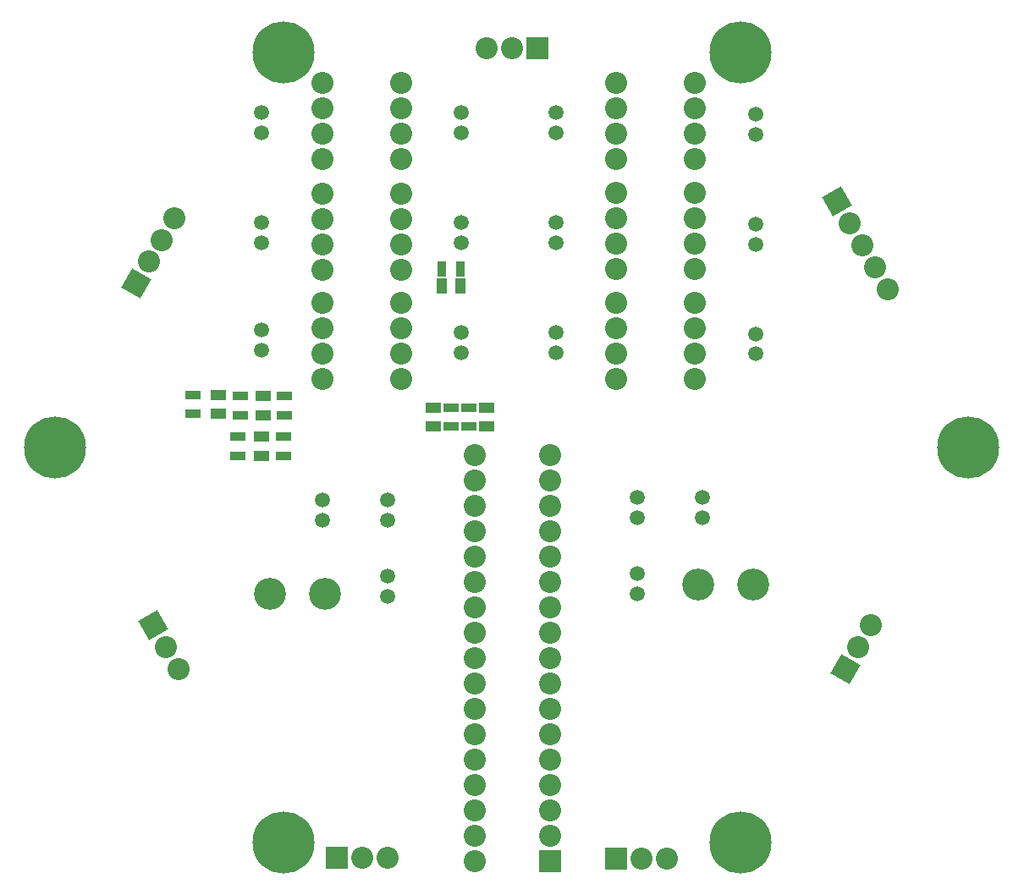
<source format=gbs>
G04*
G04 #@! TF.GenerationSoftware,Altium Limited,Altium Designer,21.0.9 (235)*
G04*
G04 Layer_Color=16711935*
%FSLAX25Y25*%
%MOIN*%
G70*
G04*
G04 #@! TF.SameCoordinates,40033AE3-64CB-4EA6-9D7A-4CABB624556D*
G04*
G04*
G04 #@! TF.FilePolarity,Negative*
G04*
G01*
G75*
%ADD11C,0.05918*%
%ADD12C,0.24422*%
%ADD13C,0.12611*%
%ADD14C,0.08674*%
%ADD15P,0.12267X4X195.0*%
%ADD16R,0.08674X0.08674*%
%ADD17P,0.12267X4X75.0*%
%ADD18R,0.08674X0.08674*%
%ADD35R,0.05918X0.03556*%
%ADD36R,0.05918X0.04343*%
%ADD37R,0.03556X0.05918*%
%ADD38R,0.04343X0.05918*%
D11*
X290000Y582626D02*
D03*
Y590500D02*
D03*
X339500Y407874D02*
D03*
Y400000D02*
D03*
X314000Y437693D02*
D03*
Y429819D02*
D03*
X339500Y437693D02*
D03*
Y429819D02*
D03*
X438000Y401000D02*
D03*
Y408874D02*
D03*
X463500Y430819D02*
D03*
Y438693D02*
D03*
X438000Y430819D02*
D03*
Y438693D02*
D03*
X484500Y538626D02*
D03*
Y546500D02*
D03*
Y495376D02*
D03*
Y503250D02*
D03*
X368500Y582626D02*
D03*
Y590500D02*
D03*
X406000Y539251D02*
D03*
Y547125D02*
D03*
X368500Y539251D02*
D03*
Y547125D02*
D03*
X406000Y582626D02*
D03*
Y590500D02*
D03*
X368500Y495876D02*
D03*
Y503750D02*
D03*
X406000Y495876D02*
D03*
Y503750D02*
D03*
X290000Y497000D02*
D03*
Y504874D02*
D03*
Y539251D02*
D03*
Y547125D02*
D03*
X484500Y581876D02*
D03*
Y589750D02*
D03*
D12*
X478402Y302786D02*
D03*
X298598D02*
D03*
X208697Y458500D02*
D03*
X298598Y614214D02*
D03*
X478402D02*
D03*
X568303Y458500D02*
D03*
D13*
X293347Y401000D02*
D03*
X315000D02*
D03*
X462000Y404500D02*
D03*
X483653D02*
D03*
D14*
X524899Y379748D02*
D03*
X529899Y388408D02*
D03*
X403500Y445614D02*
D03*
X373972D02*
D03*
Y435614D02*
D03*
X403500D02*
D03*
Y425614D02*
D03*
X373972D02*
D03*
Y415614D02*
D03*
X403500D02*
D03*
X373972Y395614D02*
D03*
X403500D02*
D03*
Y385614D02*
D03*
X373972D02*
D03*
Y375614D02*
D03*
X403500D02*
D03*
Y365614D02*
D03*
X373972D02*
D03*
X403500Y345614D02*
D03*
X373972D02*
D03*
Y335614D02*
D03*
X403500D02*
D03*
X373972Y315614D02*
D03*
X403500D02*
D03*
X373972Y295614D02*
D03*
X403500Y305614D02*
D03*
X373972D02*
D03*
X403500Y325614D02*
D03*
X373972D02*
D03*
Y355614D02*
D03*
X403500D02*
D03*
Y405614D02*
D03*
X373972D02*
D03*
Y455614D02*
D03*
X403500D02*
D03*
X460500Y485376D02*
D03*
Y495376D02*
D03*
Y505376D02*
D03*
Y515376D02*
D03*
X429500D02*
D03*
Y505376D02*
D03*
Y495376D02*
D03*
Y485376D02*
D03*
X460500Y528751D02*
D03*
Y538751D02*
D03*
Y548751D02*
D03*
Y558751D02*
D03*
X429500D02*
D03*
Y548751D02*
D03*
Y538751D02*
D03*
Y528751D02*
D03*
X460500Y572126D02*
D03*
Y582126D02*
D03*
Y592126D02*
D03*
Y602126D02*
D03*
X429500D02*
D03*
Y592126D02*
D03*
Y582126D02*
D03*
Y572126D02*
D03*
X314000Y602126D02*
D03*
Y592126D02*
D03*
Y582126D02*
D03*
Y572126D02*
D03*
X345000D02*
D03*
Y582126D02*
D03*
Y592126D02*
D03*
Y602126D02*
D03*
Y558624D02*
D03*
Y548624D02*
D03*
Y538624D02*
D03*
Y528624D02*
D03*
X314000D02*
D03*
Y538624D02*
D03*
Y548624D02*
D03*
Y558624D02*
D03*
Y485376D02*
D03*
Y495376D02*
D03*
Y505376D02*
D03*
Y515376D02*
D03*
X345000D02*
D03*
Y505376D02*
D03*
Y495376D02*
D03*
Y485376D02*
D03*
X531500Y529660D02*
D03*
X521500Y546981D02*
D03*
X526500Y538320D02*
D03*
X536500Y521000D02*
D03*
X388500Y616000D02*
D03*
X378500D02*
D03*
X250500Y540340D02*
D03*
X245500Y531679D02*
D03*
X255500Y549000D02*
D03*
X252073Y379797D02*
D03*
X257072Y371137D02*
D03*
X339500Y297000D02*
D03*
X329500D02*
D03*
X449500Y296500D02*
D03*
X439500D02*
D03*
D15*
X519899Y371087D02*
D03*
X240500Y523019D02*
D03*
D16*
X403500Y295614D02*
D03*
D17*
X516500Y555641D02*
D03*
X247073Y388457D02*
D03*
D18*
X398500Y616000D02*
D03*
X319500Y297000D02*
D03*
X429500Y296500D02*
D03*
D35*
X299012Y478740D02*
D03*
Y471260D02*
D03*
X281488D02*
D03*
Y478740D02*
D03*
X262988Y471760D02*
D03*
Y479240D02*
D03*
X280488Y455260D02*
D03*
Y462740D02*
D03*
X298512D02*
D03*
Y455260D02*
D03*
X371512Y474240D02*
D03*
Y466760D02*
D03*
X364512Y474240D02*
D03*
Y466760D02*
D03*
D36*
X290461Y478740D02*
D03*
Y471260D02*
D03*
X273039Y471760D02*
D03*
Y479240D02*
D03*
X290039Y455260D02*
D03*
Y462740D02*
D03*
X378500Y466760D02*
D03*
Y474240D02*
D03*
X357461D02*
D03*
Y466760D02*
D03*
D37*
X368240Y528988D02*
D03*
X360760D02*
D03*
D38*
X368240Y522039D02*
D03*
X360760D02*
D03*
M02*

</source>
